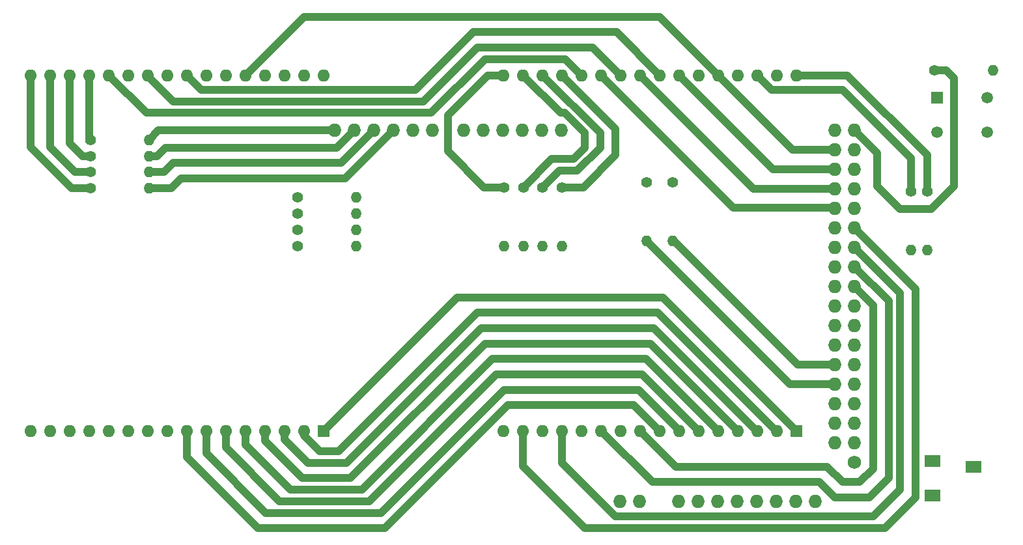
<source format=gbr>
%TF.GenerationSoftware,KiCad,Pcbnew,8.0.1*%
%TF.CreationDate,2024-05-09T09:41:49-04:00*%
%TF.ProjectId,Project 4.0,50726f6a-6563-4742-9034-2e302e6b6963,rev?*%
%TF.SameCoordinates,Original*%
%TF.FileFunction,Copper,L1,Top*%
%TF.FilePolarity,Positive*%
%FSLAX46Y46*%
G04 Gerber Fmt 4.6, Leading zero omitted, Abs format (unit mm)*
G04 Created by KiCad (PCBNEW 8.0.1) date 2024-05-09 09:41:49*
%MOMM*%
%LPD*%
G01*
G04 APERTURE LIST*
%TA.AperFunction,ComponentPad*%
%ADD10C,1.400000*%
%TD*%
%TA.AperFunction,ComponentPad*%
%ADD11O,1.400000X1.400000*%
%TD*%
%TA.AperFunction,ComponentPad*%
%ADD12R,1.498000X1.498000*%
%TD*%
%TA.AperFunction,ComponentPad*%
%ADD13C,1.498000*%
%TD*%
%TA.AperFunction,ComponentPad*%
%ADD14R,1.600000X1.600000*%
%TD*%
%TA.AperFunction,ComponentPad*%
%ADD15O,1.600000X1.600000*%
%TD*%
%TA.AperFunction,ComponentPad*%
%ADD16O,1.727200X1.727200*%
%TD*%
%TA.AperFunction,ComponentPad*%
%ADD17C,1.727200*%
%TD*%
%TA.AperFunction,ComponentPad*%
%ADD18R,2.000000X1.500000*%
%TD*%
%TA.AperFunction,Conductor*%
%ADD19C,1.000000*%
%TD*%
G04 APERTURE END LIST*
D10*
%TO.P,R10,1*%
%TO.N,Net-(M1-Row1)*%
X143190000Y-80800000D03*
D11*
%TO.P,R10,2*%
%TO.N,Net-(A1-PadD10)*%
X150810000Y-80800000D03*
%TD*%
D12*
%TO.P,SW1,1,A*%
%TO.N,Net-(A1-PadD39)*%
X253310000Y-69000000D03*
D13*
%TO.P,SW1,2,A*%
X259810000Y-69000000D03*
%TO.P,SW1,3,B*%
%TO.N,Net-(A1-GND-PadGND6)*%
X253310000Y-73500000D03*
%TO.P,SW1,4,B*%
X259810000Y-73500000D03*
%TD*%
D10*
%TO.P,R9,1*%
%TO.N,Net-(M2-Row4)*%
X204500000Y-80690000D03*
D11*
%TO.P,R9,2*%
%TO.N,/D2*%
X204500000Y-88310000D03*
%TD*%
D10*
%TO.P,R2,1*%
%TO.N,Net-(M2-Row5)*%
X215500000Y-80000000D03*
D11*
%TO.P,R2,2*%
%TO.N,Net-(A1-PadD46)*%
X215500000Y-87620000D03*
%TD*%
D10*
%TO.P,R5,1*%
%TO.N,Net-(M2-Row8)*%
X252000000Y-81190000D03*
D11*
%TO.P,R5,2*%
%TO.N,Net-(A1-PadD47)*%
X252000000Y-88810000D03*
%TD*%
D10*
%TO.P,R6,1*%
%TO.N,Net-(M2-Row1)*%
X197000000Y-80690000D03*
D11*
%TO.P,R6,2*%
%TO.N,Net-(A1-PadD5)*%
X197000000Y-88310000D03*
%TD*%
D10*
%TO.P,R14,1*%
%TO.N,Net-(M1-Row5)*%
X170190000Y-88300000D03*
D11*
%TO.P,R14,2*%
%TO.N,Net-(A1-PadD6)*%
X177810000Y-88300000D03*
%TD*%
D10*
%TO.P,R15,1*%
%TO.N,Net-(M1-Row6)*%
X170190000Y-86200000D03*
D11*
%TO.P,R15,2*%
%TO.N,Net-(A1-PadD7)*%
X177810000Y-86200000D03*
%TD*%
D10*
%TO.P,R8,1*%
%TO.N,Net-(M2-Row3)*%
X202000000Y-80690000D03*
D11*
%TO.P,R8,2*%
%TO.N,Net-(A1-D3_INT1)*%
X202000000Y-88310000D03*
%TD*%
D10*
%TO.P,R7,1*%
%TO.N,Net-(M2-Row2)*%
X199500000Y-80690000D03*
D11*
%TO.P,R7,2*%
%TO.N,Net-(A1-PadD4)*%
X199500000Y-88310000D03*
%TD*%
D10*
%TO.P,R13,1*%
%TO.N,Net-(M1-Row4)*%
X143190000Y-74500000D03*
D11*
%TO.P,R13,2*%
%TO.N,Net-(A1-A-PadD13)*%
X150810000Y-74500000D03*
%TD*%
D10*
%TO.P,R3,1*%
%TO.N,Net-(M2-Row6)*%
X249900000Y-81190000D03*
D11*
%TO.P,R3,2*%
%TO.N,Net-(A1-PadD45)*%
X249900000Y-88810000D03*
%TD*%
D10*
%TO.P,R12,1*%
%TO.N,Net-(M1-Row3)*%
X143190000Y-76600000D03*
D11*
%TO.P,R12,2*%
%TO.N,Net-(A1-PadD12)*%
X150810000Y-76600000D03*
%TD*%
D10*
%TO.P,R11,1*%
%TO.N,Net-(M1-Row2)*%
X143190000Y-78700000D03*
D11*
%TO.P,R11,2*%
%TO.N,Net-(A1-PadD11)*%
X150810000Y-78700000D03*
%TD*%
D10*
%TO.P,R4,1*%
%TO.N,Net-(M2-Row7)*%
X218900000Y-80000000D03*
D11*
%TO.P,R4,2*%
%TO.N,Net-(A1-PadD44)*%
X218900000Y-87620000D03*
%TD*%
D10*
%TO.P,R16,1*%
%TO.N,Net-(M1-Row7)*%
X170190000Y-84100000D03*
D11*
%TO.P,R16,2*%
%TO.N,Net-(A1-PadD8)*%
X177810000Y-84100000D03*
%TD*%
D10*
%TO.P,R1,1*%
%TO.N,Net-(A1-5V-Pad5V4)*%
X253000000Y-65500000D03*
D11*
%TO.P,R1,2*%
%TO.N,Net-(A1-PadD39)*%
X260620000Y-65500000D03*
%TD*%
D14*
%TO.P,M2,1,C1B*%
%TO.N,Net-(M1-C1B)*%
X235030000Y-112380000D03*
D15*
%TO.P,M2,2,C2B*%
%TO.N,Net-(M1-C2B)*%
X232490000Y-112380000D03*
%TO.P,M2,3,C3B*%
%TO.N,Net-(M1-C3B)*%
X229950000Y-112380000D03*
%TO.P,M2,4,C4B*%
%TO.N,Net-(M1-C4B)*%
X227410000Y-112380000D03*
%TO.P,M2,5,C5B*%
%TO.N,Net-(M1-C5B)*%
X224870000Y-112380000D03*
%TO.P,M2,6,C6B*%
%TO.N,Net-(M1-C6B)*%
X222330000Y-112380000D03*
%TO.P,M2,7,C7B*%
%TO.N,Net-(M1-C7B)*%
X219790000Y-112380000D03*
%TO.P,M2,8,C8B*%
%TO.N,Net-(M1-C8B)*%
X217250000Y-112380000D03*
%TO.P,M2,9,C1R*%
%TO.N,Net-(M1-C1R)*%
X214710000Y-112380000D03*
%TO.P,M2,10,C2R*%
%TO.N,Net-(M1-C2R)*%
X212170000Y-112380000D03*
%TO.P,M2,11,C3R*%
%TO.N,Net-(M1-C3R)*%
X209630000Y-112380000D03*
%TO.P,M2,12,C4R*%
%TO.N,Net-(M1-C4R)*%
X207090000Y-112380000D03*
%TO.P,M2,13,C5R*%
%TO.N,Net-(M1-C5R)*%
X204550000Y-112380000D03*
%TO.P,M2,14,C6R*%
%TO.N,Net-(M1-C6R)*%
X202010000Y-112380000D03*
%TO.P,M2,15,C7R*%
%TO.N,Net-(M1-C7R)*%
X199470000Y-112380000D03*
%TO.P,M2,16,C8R*%
%TO.N,Net-(M1-C8R)*%
X196930000Y-112380000D03*
%TO.P,M2,17,Row1*%
%TO.N,Net-(M2-Row1)*%
X196930000Y-66120000D03*
%TO.P,M2,18,Row2*%
%TO.N,Net-(M2-Row2)*%
X199470000Y-66120000D03*
%TO.P,M2,19,Row3*%
%TO.N,Net-(M2-Row3)*%
X202010000Y-66120000D03*
%TO.P,M2,20,Row4*%
%TO.N,Net-(M2-Row4)*%
X204550000Y-66120000D03*
%TO.P,M2,21,C8G*%
%TO.N,Net-(M1-C8G)*%
X207090000Y-66120000D03*
%TO.P,M2,22,C7G*%
%TO.N,Net-(M1-C7G)*%
X209630000Y-66120000D03*
%TO.P,M2,23,C6G*%
%TO.N,Net-(M1-C6G)*%
X212170000Y-66120000D03*
%TO.P,M2,24,C5G*%
%TO.N,Net-(M1-C5G)*%
X214710000Y-66120000D03*
%TO.P,M2,25,C4G*%
%TO.N,Net-(M1-C4G)*%
X217250000Y-66120000D03*
%TO.P,M2,26,C3G*%
%TO.N,Net-(M1-C3G)*%
X219790000Y-66120000D03*
%TO.P,M2,27,C2G*%
%TO.N,Net-(M1-C2G)*%
X222330000Y-66120000D03*
%TO.P,M2,28,C1G*%
%TO.N,Net-(M1-C1G)*%
X224870000Y-66120000D03*
%TO.P,M2,29,Row5*%
%TO.N,Net-(M2-Row5)*%
X227410000Y-66120000D03*
%TO.P,M2,30,Row6*%
%TO.N,Net-(M2-Row6)*%
X229950000Y-66120000D03*
%TO.P,M2,31,Row7*%
%TO.N,Net-(M2-Row7)*%
X232490000Y-66120000D03*
%TO.P,M2,32,Row8*%
%TO.N,Net-(M2-Row8)*%
X235030000Y-66120000D03*
%TD*%
D10*
%TO.P,R17,1*%
%TO.N,Net-(M1-Row8)*%
X170190000Y-82000000D03*
D11*
%TO.P,R17,2*%
%TO.N,Net-(A1-PadD9)*%
X177810000Y-82000000D03*
%TD*%
D16*
%TO.P,A1,5V3,5V*%
%TO.N,unconnected-(A1-5V-Pad5V3)*%
X240020000Y-73240000D03*
%TO.P,A1,5V4,5V*%
%TO.N,Net-(A1-5V-Pad5V4)*%
X242560000Y-73240000D03*
%TO.P,A1,A6,L*%
%TO.N,Net-(A1-L-PadA6)*%
X212080000Y-121540000D03*
%TO.P,A1,A7,L*%
%TO.N,Net-(A1-L-PadA7)*%
X214620000Y-121500000D03*
%TO.P,A1,A8,K*%
%TO.N,Net-(M1-C8B)*%
X219700000Y-121500000D03*
%TO.P,A1,A9,K*%
%TO.N,Net-(M1-C7B)*%
X222240000Y-121500000D03*
%TO.P,A1,A10,K*%
%TO.N,Net-(M1-C6B)*%
X224780000Y-121500000D03*
%TO.P,A1,A11,K*%
%TO.N,Net-(M1-C5B)*%
X227320000Y-121500000D03*
%TO.P,A1,A12,K*%
%TO.N,Net-(M1-C4B)*%
X229860000Y-121500000D03*
%TO.P,A1,A13,K*%
%TO.N,Net-(M1-C3B)*%
X232400000Y-121500000D03*
%TO.P,A1,A14,K*%
%TO.N,Net-(M1-C2B)*%
X234940000Y-121500000D03*
%TO.P,A1,A15,K*%
%TO.N,Net-(M1-C1B)*%
X237480000Y-121500000D03*
%TO.P,A1,D2,D2_INT0*%
%TO.N,/D2*%
X204460000Y-73240000D03*
%TO.P,A1,D3,D3_INT1*%
%TO.N,Net-(A1-D3_INT1)*%
X201920000Y-73240000D03*
%TO.P,A1,D4,D4*%
%TO.N,Net-(A1-PadD4)*%
X199380000Y-73240000D03*
%TO.P,A1,D5,D5*%
%TO.N,Net-(A1-PadD5)*%
X196840000Y-73240000D03*
%TO.P,A1,D6,D6*%
%TO.N,Net-(A1-PadD6)*%
X194300000Y-73240000D03*
%TO.P,A1,D7,D7*%
%TO.N,Net-(A1-PadD7)*%
X191760000Y-73240000D03*
%TO.P,A1,D8,D8*%
%TO.N,Net-(A1-PadD8)*%
X187696000Y-73240000D03*
%TO.P,A1,D9,D9*%
%TO.N,Net-(A1-PadD9)*%
X185156000Y-73240000D03*
%TO.P,A1,D10,D10*%
%TO.N,Net-(A1-PadD10)*%
X182616000Y-73240000D03*
%TO.P,A1,D11,D11*%
%TO.N,Net-(A1-PadD11)*%
X180076000Y-73240000D03*
%TO.P,A1,D12,D12*%
%TO.N,Net-(A1-PadD12)*%
X177536000Y-73240000D03*
%TO.P,A1,D13,A*%
%TO.N,Net-(A1-A-PadD13)*%
X174996000Y-73240000D03*
%TO.P,A1,D22,A*%
%TO.N,Net-(M1-C1G)*%
X240020000Y-75780000D03*
%TO.P,A1,D23,A*%
%TO.N,Net-(M1-C2G)*%
X242560000Y-75780000D03*
%TO.P,A1,D24,A*%
%TO.N,Net-(M1-C3G)*%
X240020000Y-78320000D03*
%TO.P,A1,D25,A*%
%TO.N,Net-(M1-C4G)*%
X242560000Y-78320000D03*
%TO.P,A1,D26,A*%
%TO.N,Net-(M1-C5G)*%
X240020000Y-80860000D03*
%TO.P,A1,D27,A*%
%TO.N,Net-(M1-C6G)*%
X242560000Y-80860000D03*
%TO.P,A1,D28,A*%
%TO.N,Net-(M1-C7G)*%
X240020000Y-83400000D03*
%TO.P,A1,D29,A*%
%TO.N,Net-(M1-C8G)*%
X242560000Y-83400000D03*
%TO.P,A1,D30,C*%
%TO.N,Net-(M1-C8R)*%
X240020000Y-85940000D03*
%TO.P,A1,D31,C*%
%TO.N,Net-(M1-C7R)*%
X242560000Y-85940000D03*
%TO.P,A1,D32,C*%
%TO.N,Net-(M1-C6R)*%
X240020000Y-88480000D03*
%TO.P,A1,D33,C*%
%TO.N,Net-(M1-C5R)*%
X242560000Y-88480000D03*
%TO.P,A1,D34,C*%
%TO.N,Net-(M1-C4R)*%
X240020000Y-91020000D03*
%TO.P,A1,D35,C*%
%TO.N,Net-(M1-C3R)*%
X242560000Y-91020000D03*
%TO.P,A1,D36,C*%
%TO.N,Net-(M1-C2R)*%
X240020000Y-93560000D03*
%TO.P,A1,D37,C*%
%TO.N,Net-(M1-C1R)*%
X242560000Y-93560000D03*
%TO.P,A1,D38,D38*%
%TO.N,unconnected-(A1-PadD38)*%
X240020000Y-96100000D03*
%TO.P,A1,D39,D39*%
%TO.N,Net-(A1-PadD39)*%
X242560000Y-96100000D03*
%TO.P,A1,D40,D40*%
%TO.N,unconnected-(A1-PadD40)*%
X240020000Y-98640000D03*
%TO.P,A1,D41,D41*%
%TO.N,unconnected-(A1-PadD41)*%
X242560000Y-98640000D03*
%TO.P,A1,D42,D42*%
%TO.N,unconnected-(A1-PadD42)*%
X240020000Y-101180000D03*
%TO.P,A1,D43,D43*%
%TO.N,unconnected-(A1-PadD43)*%
X242560000Y-101180000D03*
%TO.P,A1,D44,D44*%
%TO.N,Net-(A1-PadD44)*%
X240020000Y-103720000D03*
%TO.P,A1,D45,D45*%
%TO.N,Net-(A1-PadD45)*%
X242560000Y-103720000D03*
%TO.P,A1,D46,D46*%
%TO.N,Net-(A1-PadD46)*%
X240020000Y-106260000D03*
%TO.P,A1,D47,D47*%
%TO.N,Net-(A1-PadD47)*%
X242560000Y-106260000D03*
%TO.P,A1,D48,D48*%
%TO.N,unconnected-(A1-PadD48)*%
X240020000Y-108800000D03*
%TO.P,A1,D49,D49*%
%TO.N,unconnected-(A1-PadD49)*%
X242560000Y-108800000D03*
%TO.P,A1,D50,D50_MISO*%
%TO.N,unconnected-(A1-D50_MISO-PadD50)*%
X240020000Y-111340000D03*
%TO.P,A1,D51,D51_MOSI*%
%TO.N,unconnected-(A1-D51_MOSI-PadD51)*%
X242560000Y-111340000D03*
%TO.P,A1,D52,D52_SCK*%
%TO.N,unconnected-(A1-D52_SCK-PadD52)*%
X240020000Y-113880000D03*
%TO.P,A1,D53,D53_CS*%
%TO.N,unconnected-(A1-D53_CS-PadD53)*%
X242560000Y-113880000D03*
D17*
%TO.P,A1,GND6,GND*%
%TO.N,Net-(A1-GND-PadGND6)*%
X242560000Y-116420000D03*
%TD*%
D14*
%TO.P,M1,1,C1B*%
%TO.N,Net-(M1-C1B)*%
X173530000Y-112380000D03*
D15*
%TO.P,M1,2,C2B*%
%TO.N,Net-(M1-C2B)*%
X170990000Y-112380000D03*
%TO.P,M1,3,C3B*%
%TO.N,Net-(M1-C3B)*%
X168450000Y-112380000D03*
%TO.P,M1,4,C4B*%
%TO.N,Net-(M1-C4B)*%
X165910000Y-112380000D03*
%TO.P,M1,5,C5B*%
%TO.N,Net-(M1-C5B)*%
X163370000Y-112380000D03*
%TO.P,M1,6,C6B*%
%TO.N,Net-(M1-C6B)*%
X160830000Y-112380000D03*
%TO.P,M1,7,C7B*%
%TO.N,Net-(M1-C7B)*%
X158290000Y-112380000D03*
%TO.P,M1,8,C8B*%
%TO.N,Net-(M1-C8B)*%
X155750000Y-112380000D03*
%TO.P,M1,9,C1R*%
%TO.N,Net-(M1-C1R)*%
X153210000Y-112380000D03*
%TO.P,M1,10,C2R*%
%TO.N,Net-(M1-C2R)*%
X150670000Y-112380000D03*
%TO.P,M1,11,C3R*%
%TO.N,Net-(M1-C3R)*%
X148130000Y-112380000D03*
%TO.P,M1,12,C4R*%
%TO.N,Net-(M1-C4R)*%
X145590000Y-112380000D03*
%TO.P,M1,13,C5R*%
%TO.N,Net-(M1-C5R)*%
X143050000Y-112380000D03*
%TO.P,M1,14,C6R*%
%TO.N,Net-(M1-C6R)*%
X140510000Y-112380000D03*
%TO.P,M1,15,C7R*%
%TO.N,Net-(M1-C7R)*%
X137970000Y-112380000D03*
%TO.P,M1,16,C8R*%
%TO.N,Net-(M1-C8R)*%
X135430000Y-112380000D03*
%TO.P,M1,17,Row1*%
%TO.N,Net-(M1-Row1)*%
X135430000Y-66120000D03*
%TO.P,M1,18,Row2*%
%TO.N,Net-(M1-Row2)*%
X137970000Y-66120000D03*
%TO.P,M1,19,Row3*%
%TO.N,Net-(M1-Row3)*%
X140510000Y-66120000D03*
%TO.P,M1,20,Row4*%
%TO.N,Net-(M1-Row4)*%
X143050000Y-66120000D03*
%TO.P,M1,21,C8G*%
%TO.N,Net-(M1-C8G)*%
X145590000Y-66120000D03*
%TO.P,M1,22,C7G*%
%TO.N,Net-(M1-C7G)*%
X148130000Y-66120000D03*
%TO.P,M1,23,C6G*%
%TO.N,Net-(M1-C6G)*%
X150670000Y-66120000D03*
%TO.P,M1,24,C5G*%
%TO.N,Net-(M1-C5G)*%
X153210000Y-66120000D03*
%TO.P,M1,25,C4G*%
%TO.N,Net-(M1-C4G)*%
X155750000Y-66120000D03*
%TO.P,M1,26,C3G*%
%TO.N,Net-(M1-C3G)*%
X158290000Y-66120000D03*
%TO.P,M1,27,C2G*%
%TO.N,Net-(M1-C2G)*%
X160830000Y-66120000D03*
%TO.P,M1,28,C1G*%
%TO.N,Net-(M1-C1G)*%
X163370000Y-66120000D03*
%TO.P,M1,29,Row5*%
%TO.N,Net-(M1-Row5)*%
X165910000Y-66120000D03*
%TO.P,M1,30,Row6*%
%TO.N,Net-(M1-Row6)*%
X168450000Y-66120000D03*
%TO.P,M1,31,Row7*%
%TO.N,Net-(M1-Row7)*%
X170990000Y-66120000D03*
%TO.P,M1,32,Row8*%
%TO.N,Net-(M1-Row8)*%
X173530000Y-66120000D03*
%TD*%
D18*
%TO.P,J1,R*%
%TO.N,Net-(A1-L-PadA6)*%
X252700000Y-120750000D03*
%TO.P,J1,S*%
%TO.N,Net-(A1-GND-PadGND6)*%
X258000000Y-117000000D03*
%TO.P,J1,T*%
%TO.N,Net-(A1-L-PadA7)*%
X252700000Y-116250000D03*
%TD*%
D19*
%TO.N,Net-(M1-C3R)*%
X244500000Y-121000000D02*
X247000000Y-118500000D01*
X247000000Y-118500000D02*
X247000000Y-95460000D01*
X240000000Y-121000000D02*
X244500000Y-121000000D01*
X247000000Y-95460000D02*
X242560000Y-91020000D01*
X238000000Y-119000000D02*
X240000000Y-121000000D01*
X216260000Y-119000000D02*
X238000000Y-119000000D01*
X209640000Y-112380000D02*
X216260000Y-119000000D01*
%TO.N,Net-(M1-C7G)*%
X239910000Y-83290000D02*
X240020000Y-83400000D01*
X226800000Y-83290000D02*
X239910000Y-83290000D01*
X209630000Y-66120000D02*
X226800000Y-83290000D01*
%TO.N,Net-(M1-C8G)*%
X187500000Y-71000000D02*
X150470000Y-71000000D01*
X207090000Y-66120000D02*
X204970000Y-64000000D01*
X150470000Y-71000000D02*
X145590000Y-66120000D01*
X194500000Y-64000000D02*
X187500000Y-71000000D01*
X204970000Y-64000000D02*
X194500000Y-64000000D01*
%TO.N,Net-(M1-C7R)*%
X199480000Y-116980000D02*
X199480000Y-112380000D01*
X250500000Y-93880000D02*
X250500000Y-121000000D01*
X207500000Y-125000000D02*
X199480000Y-116980000D01*
X246500000Y-125000000D02*
X207500000Y-125000000D01*
X250500000Y-121000000D02*
X246500000Y-125000000D01*
X242560000Y-85940000D02*
X250500000Y-93880000D01*
%TO.N,Net-(M1-C1R)*%
X245000000Y-96000000D02*
X245000000Y-117250000D01*
X245000000Y-117250000D02*
X243250000Y-119000000D01*
X243250000Y-119000000D02*
X241000000Y-119000000D01*
X239000000Y-117000000D02*
X219340000Y-117000000D01*
X219340000Y-117000000D02*
X214720000Y-112380000D01*
X242560000Y-93560000D02*
X245000000Y-96000000D01*
X241000000Y-119000000D02*
X239000000Y-117000000D01*
%TO.N,Net-(M1-C5R)*%
X242560000Y-88480000D02*
X248500000Y-94420000D01*
X248500000Y-94420000D02*
X248500000Y-120000000D01*
X204560000Y-116560000D02*
X204560000Y-112380000D01*
X211500000Y-123500000D02*
X204560000Y-116560000D01*
X248500000Y-120000000D02*
X245000000Y-123500000D01*
X245000000Y-123500000D02*
X211500000Y-123500000D01*
%TO.N,Net-(M1-C3G)*%
X231990000Y-78320000D02*
X240020000Y-78320000D01*
X219790000Y-66120000D02*
X231990000Y-78320000D01*
%TO.N,Net-(M1-C5G)*%
X214710000Y-66120000D02*
X229450000Y-80860000D01*
X229450000Y-80860000D02*
X240020000Y-80860000D01*
%TO.N,Net-(M1-C1G)*%
X224870000Y-66120000D02*
X234530000Y-75780000D01*
X224870000Y-66120000D02*
X217250000Y-58500000D01*
X217250000Y-58500000D02*
X170990000Y-58500000D01*
X234530000Y-75780000D02*
X240020000Y-75780000D01*
X170990000Y-58500000D02*
X163370000Y-66120000D01*
%TO.N,Net-(M1-C6G)*%
X186500000Y-69500000D02*
X153950000Y-69500000D01*
X208550000Y-62500000D02*
X193500000Y-62500000D01*
X193500000Y-62500000D02*
X186500000Y-69500000D01*
X212170000Y-66120000D02*
X208550000Y-62500000D01*
X153950000Y-69500000D02*
X150670000Y-66220000D01*
X150670000Y-66220000D02*
X150670000Y-66120000D01*
%TO.N,Net-(M1-C4G)*%
X185500000Y-68000000D02*
X157630000Y-68000000D01*
X217250000Y-66120000D02*
X211630000Y-60500000D01*
X193000000Y-60500000D02*
X185500000Y-68000000D01*
X157630000Y-68000000D02*
X155750000Y-66120000D01*
X211630000Y-60500000D02*
X193000000Y-60500000D01*
%TO.N,Net-(M1-Row1)*%
X135430000Y-66120000D02*
X135430000Y-75430000D01*
X140800000Y-80800000D02*
X143190000Y-80800000D01*
X135430000Y-75430000D02*
X140800000Y-80800000D01*
%TO.N,Net-(M1-Row3)*%
X142200051Y-76600000D02*
X143190000Y-76600000D01*
X140510000Y-66120000D02*
X140510000Y-74909949D01*
X140510000Y-74909949D02*
X142200051Y-76600000D01*
%TO.N,Net-(M1-Row4)*%
X143050000Y-66120000D02*
X143050000Y-74360000D01*
X143050000Y-74360000D02*
X143190000Y-74500000D01*
%TO.N,Net-(M1-Row2)*%
X141200000Y-78700000D02*
X143190000Y-78700000D01*
X137970000Y-75470000D02*
X141200000Y-78700000D01*
X137970000Y-66120000D02*
X137970000Y-75470000D01*
%TO.N,Net-(M2-Row6)*%
X231830000Y-68000000D02*
X241000000Y-68000000D01*
X229950000Y-66120000D02*
X231830000Y-68000000D01*
X241000000Y-68000000D02*
X249900000Y-76900000D01*
X249900000Y-76900000D02*
X249900000Y-81190000D01*
%TO.N,Net-(M2-Row8)*%
X241620000Y-66120000D02*
X252000000Y-76500000D01*
X235030000Y-66120000D02*
X241620000Y-66120000D01*
X252000000Y-76500000D02*
X252000000Y-81190000D01*
%TO.N,Net-(M2-Row1)*%
X189700000Y-71300000D02*
X194880000Y-66120000D01*
X194390000Y-80690000D02*
X197000000Y-80690000D01*
X194880000Y-66120000D02*
X196930000Y-66120000D01*
X189700000Y-71300000D02*
X189700000Y-76000000D01*
X189700000Y-76000000D02*
X194390000Y-80690000D01*
%TO.N,Net-(M2-Row2)*%
X207500000Y-75520102D02*
X206020102Y-77000000D01*
X207500000Y-73589898D02*
X207500000Y-75520102D01*
X204350000Y-71000000D02*
X204910102Y-71000000D01*
X199470000Y-66120000D02*
X204350000Y-71000000D01*
X203190000Y-77000000D02*
X199500000Y-80690000D01*
X206020102Y-77000000D02*
X203190000Y-77000000D01*
X204910102Y-71000000D02*
X207500000Y-73589898D01*
%TO.N,Net-(A1-PadD44)*%
X235220000Y-103720000D02*
X240020000Y-103720000D01*
X219120000Y-87620000D02*
X235220000Y-103720000D01*
X218900000Y-87620000D02*
X219120000Y-87620000D01*
%TO.N,Net-(A1-PadD11)*%
X154000000Y-77500000D02*
X175816000Y-77500000D01*
X152800000Y-78700000D02*
X154000000Y-77500000D01*
X150810000Y-78700000D02*
X152800000Y-78700000D01*
X175816000Y-77500000D02*
X180076000Y-73240000D01*
%TO.N,Net-(A1-PadD10)*%
X176356000Y-79500000D02*
X182616000Y-73240000D01*
X155000000Y-79500000D02*
X176356000Y-79500000D01*
X153700000Y-80800000D02*
X155000000Y-79500000D01*
X150810000Y-80800000D02*
X153700000Y-80800000D01*
%TO.N,Net-(A1-PadD12)*%
X151900000Y-76600000D02*
X153000000Y-75500000D01*
X153000000Y-75500000D02*
X175276000Y-75500000D01*
X150810000Y-76600000D02*
X151900000Y-76600000D01*
X175276000Y-75500000D02*
X177536000Y-73240000D01*
%TO.N,Net-(A1-PadD46)*%
X215500000Y-87620000D02*
X234140000Y-106260000D01*
X234140000Y-106260000D02*
X240020000Y-106260000D01*
%TO.N,Net-(M2-Row4)*%
X207310000Y-80690000D02*
X204500000Y-80690000D01*
X211500000Y-76500000D02*
X207310000Y-80690000D01*
X204550000Y-66120000D02*
X211500000Y-73070000D01*
X211500000Y-73070000D02*
X211500000Y-76500000D01*
%TO.N,Net-(M2-Row3)*%
X209500000Y-73610000D02*
X202010000Y-66120000D01*
X204190000Y-78500000D02*
X206500000Y-78500000D01*
X202000000Y-80690000D02*
X204190000Y-78500000D01*
X209500000Y-75500000D02*
X209500000Y-73610000D01*
X206500000Y-78500000D02*
X209500000Y-75500000D01*
%TO.N,Net-(A1-A-PadD13)*%
X152070000Y-73240000D02*
X150810000Y-74500000D01*
X174996000Y-73240000D02*
X152070000Y-73240000D01*
%TO.N,Net-(M1-C7B)*%
X181000000Y-123000000D02*
X166000000Y-123000000D01*
X219790000Y-112380000D02*
X219790000Y-112290000D01*
X219790000Y-112290000D02*
X214500000Y-107000000D01*
X214500000Y-107000000D02*
X197000000Y-107000000D01*
X158290000Y-115290000D02*
X158290000Y-112380000D01*
X197000000Y-107000000D02*
X181000000Y-123000000D01*
X166000000Y-123000000D02*
X158290000Y-115290000D01*
%TO.N,Net-(M1-C1B)*%
X217650000Y-95000000D02*
X190910000Y-95000000D01*
X235030000Y-112380000D02*
X217650000Y-95000000D01*
X235030000Y-112380000D02*
X234880000Y-112380000D01*
X190910000Y-95000000D02*
X173530000Y-112380000D01*
%TO.N,Net-(M1-C3B)*%
X229880000Y-112380000D02*
X216500000Y-99000000D01*
X229950000Y-112380000D02*
X229880000Y-112380000D01*
X176500000Y-116500000D02*
X171500000Y-116500000D01*
X194000000Y-99000000D02*
X176500000Y-116500000D01*
X171500000Y-116500000D02*
X168450000Y-113450000D01*
X216500000Y-99000000D02*
X194000000Y-99000000D01*
X168450000Y-113450000D02*
X168450000Y-112380000D01*
%TO.N,Net-(M1-C8B)*%
X165000000Y-125000000D02*
X155750000Y-115750000D01*
X181500000Y-125000000D02*
X165000000Y-125000000D01*
X197500000Y-109000000D02*
X181500000Y-125000000D01*
X217250000Y-112380000D02*
X213870000Y-109000000D01*
X213870000Y-109000000D02*
X197500000Y-109000000D01*
X155750000Y-115750000D02*
X155750000Y-112380000D01*
%TO.N,Net-(M1-C4B)*%
X194500000Y-101000000D02*
X177000000Y-118500000D01*
X216030000Y-101000000D02*
X194500000Y-101000000D01*
X177000000Y-118500000D02*
X170750000Y-118500000D01*
X227410000Y-112380000D02*
X216030000Y-101000000D01*
X170750000Y-118500000D02*
X165910000Y-113660000D01*
X165910000Y-113660000D02*
X165910000Y-112380000D01*
%TO.N,Net-(M1-C2B)*%
X232380000Y-112380000D02*
X217000000Y-97000000D01*
X170990000Y-112990000D02*
X170990000Y-112380000D01*
X175500000Y-115000000D02*
X173000000Y-115000000D01*
X232490000Y-112380000D02*
X232380000Y-112380000D01*
X217000000Y-97000000D02*
X193500000Y-97000000D01*
X173000000Y-115000000D02*
X170990000Y-112990000D01*
X193500000Y-97000000D02*
X175500000Y-115000000D01*
%TO.N,Net-(M1-C5B)*%
X163370000Y-114120000D02*
X163370000Y-112380000D01*
X224870000Y-112380000D02*
X224870000Y-112370000D01*
X178500000Y-120000000D02*
X169250000Y-120000000D01*
X215490000Y-103000000D02*
X195500000Y-103000000D01*
X169250000Y-120000000D02*
X163370000Y-114120000D01*
X224870000Y-112380000D02*
X215490000Y-103000000D01*
X195500000Y-103000000D02*
X178500000Y-120000000D01*
%TO.N,Net-(M1-C6B)*%
X179500000Y-121500000D02*
X167812500Y-121500000D01*
X214950000Y-105000000D02*
X196000000Y-105000000D01*
X222330000Y-112380000D02*
X214950000Y-105000000D01*
X167812500Y-121500000D02*
X160830000Y-114517500D01*
X196000000Y-105000000D02*
X179500000Y-121500000D01*
X160830000Y-114517500D02*
X160830000Y-112380000D01*
%TO.N,Net-(A1-5V-Pad5V4)*%
X248500000Y-83500000D02*
X252500000Y-83500000D01*
X245500000Y-80500000D02*
X248500000Y-83500000D01*
X255500000Y-80500000D02*
X255500000Y-66500000D01*
X255500000Y-66500000D02*
X254500000Y-65500000D01*
X245500000Y-76180000D02*
X245500000Y-80500000D01*
X242560000Y-73240000D02*
X245500000Y-76180000D01*
X254500000Y-65500000D02*
X253000000Y-65500000D01*
X252500000Y-83500000D02*
X255500000Y-80500000D01*
%TD*%
M02*

</source>
